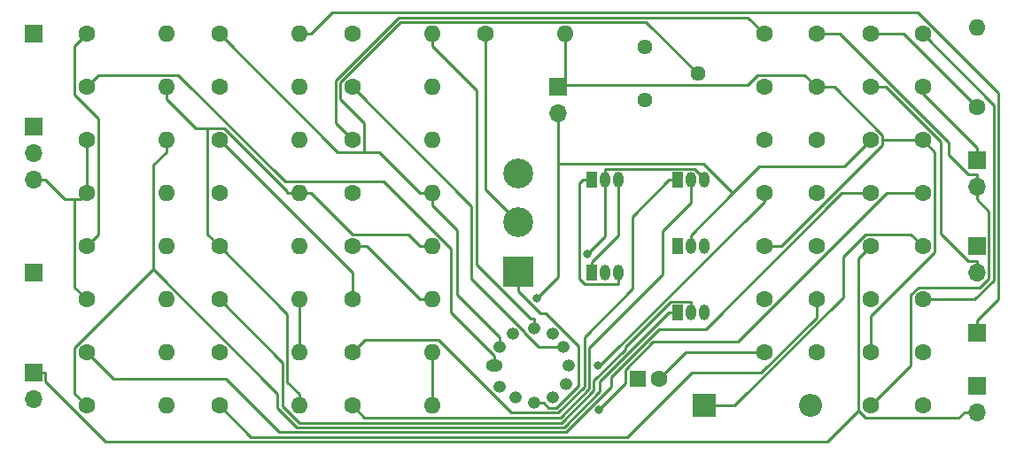
<source format=gbr>
G04 #@! TF.GenerationSoftware,KiCad,Pcbnew,(5.1.5)-3*
G04 #@! TF.CreationDate,2020-01-27T19:36:50-05:00*
G04 #@! TF.ProjectId,output,6f757470-7574-42e6-9b69-6361645f7063,v01*
G04 #@! TF.SameCoordinates,Original*
G04 #@! TF.FileFunction,Copper,L2,Bot*
G04 #@! TF.FilePolarity,Positive*
%FSLAX46Y46*%
G04 Gerber Fmt 4.6, Leading zero omitted, Abs format (unit mm)*
G04 Created by KiCad (PCBNEW (5.1.5)-3) date 2020-01-27 19:36:50*
%MOMM*%
%LPD*%
G04 APERTURE LIST*
%ADD10C,1.600000*%
%ADD11R,1.600000X1.600000*%
%ADD12R,1.700000X1.700000*%
%ADD13O,1.700000X1.700000*%
%ADD14R,2.200000X2.200000*%
%ADD15O,2.200000X2.200000*%
%ADD16O,1.600000X1.600000*%
%ADD17R,1.000000X1.500000*%
%ADD18O,1.000000X1.500000*%
%ADD19C,1.440000*%
%ADD20R,2.850000X2.850000*%
%ADD21C,2.850000*%
%ADD22O,1.600000X1.200000*%
%ADD23O,1.200000X1.200000*%
%ADD24C,0.800000*%
%ADD25C,0.250000*%
G04 APERTURE END LIST*
D10*
X114855000Y-140335000D03*
X109855000Y-140335000D03*
X109855000Y-125095000D03*
X114855000Y-125095000D03*
X125015000Y-130175000D03*
X120015000Y-130175000D03*
X109855000Y-130175000D03*
X114855000Y-130175000D03*
X125015000Y-150495000D03*
X120015000Y-150495000D03*
X120015000Y-120015000D03*
X125015000Y-120015000D03*
X109855000Y-145415000D03*
X114855000Y-145415000D03*
X125015000Y-145415000D03*
X120015000Y-145415000D03*
X120015000Y-140335000D03*
X125015000Y-140335000D03*
X120015000Y-155575000D03*
X125015000Y-155575000D03*
X125015000Y-125095000D03*
X120015000Y-125095000D03*
X120015000Y-135255000D03*
X125015000Y-135255000D03*
X114855000Y-135255000D03*
X109855000Y-135255000D03*
X109855000Y-120015000D03*
X114855000Y-120015000D03*
X114855000Y-150495000D03*
X109855000Y-150495000D03*
D11*
X97790000Y-153035000D03*
D10*
X99790000Y-153035000D03*
D12*
X90170000Y-125095000D03*
D13*
X90170000Y-127635000D03*
D14*
X104140000Y-155575000D03*
D15*
X114300000Y-155575000D03*
D12*
X40005000Y-128905000D03*
D13*
X40005000Y-131445000D03*
X40005000Y-133985000D03*
D12*
X40005000Y-142875000D03*
X40005000Y-120015000D03*
D13*
X130175000Y-156210000D03*
D12*
X130175000Y-153670000D03*
X40005000Y-152400000D03*
D13*
X40005000Y-154940000D03*
D12*
X130175000Y-148590000D03*
D13*
X130175000Y-142875000D03*
D12*
X130175000Y-140335000D03*
D16*
X130175000Y-119380000D03*
D10*
X130175000Y-127000000D03*
D12*
X130175000Y-132080000D03*
D13*
X130175000Y-134620000D03*
D17*
X101600000Y-133985000D03*
D18*
X104140000Y-133985000D03*
X102870000Y-133985000D03*
D17*
X93345000Y-133985000D03*
D18*
X95885000Y-133985000D03*
X94615000Y-133985000D03*
X102870000Y-140335000D03*
X104140000Y-140335000D03*
D17*
X101600000Y-140335000D03*
D18*
X94615000Y-142875000D03*
X95885000Y-142875000D03*
D17*
X93345000Y-142875000D03*
D18*
X102870000Y-146685000D03*
X104140000Y-146685000D03*
D17*
X101600000Y-146685000D03*
D10*
X83185000Y-120015000D03*
D16*
X90805000Y-120015000D03*
X65405000Y-135255000D03*
D10*
X57785000Y-135255000D03*
X70485000Y-155575000D03*
D16*
X78105000Y-155575000D03*
X65405000Y-140335000D03*
D10*
X57785000Y-140335000D03*
D16*
X78105000Y-150495000D03*
D10*
X70485000Y-150495000D03*
X70485000Y-145415000D03*
D16*
X78105000Y-145415000D03*
D10*
X70485000Y-140335000D03*
D16*
X78105000Y-140335000D03*
X65405000Y-150495000D03*
D10*
X57785000Y-150495000D03*
D16*
X65405000Y-130175000D03*
D10*
X57785000Y-130175000D03*
X57785000Y-155575000D03*
D16*
X65405000Y-155575000D03*
X65405000Y-125095000D03*
D10*
X57785000Y-125095000D03*
D16*
X78105000Y-135255000D03*
D10*
X70485000Y-135255000D03*
D19*
X98425000Y-121285000D03*
X103505000Y-123825000D03*
X98425000Y-126365000D03*
D10*
X45085000Y-120015000D03*
D16*
X52705000Y-120015000D03*
D10*
X57785000Y-120015000D03*
D16*
X65405000Y-120015000D03*
D10*
X45085000Y-140335000D03*
D16*
X52705000Y-140335000D03*
X65405000Y-145415000D03*
D10*
X57785000Y-145415000D03*
X45085000Y-145415000D03*
D16*
X52705000Y-145415000D03*
X52705000Y-125095000D03*
D10*
X45085000Y-125095000D03*
D16*
X78105000Y-120015000D03*
D10*
X70485000Y-120015000D03*
D16*
X52705000Y-130175000D03*
D10*
X45085000Y-130175000D03*
X45085000Y-150495000D03*
D16*
X52705000Y-150495000D03*
D10*
X70485000Y-125095000D03*
D16*
X78105000Y-125095000D03*
X52705000Y-155575000D03*
D10*
X45085000Y-155575000D03*
X70485000Y-130175000D03*
D16*
X78105000Y-130175000D03*
D10*
X45085000Y-135255000D03*
D16*
X52705000Y-135255000D03*
D20*
X86360000Y-142750000D03*
D21*
X86360000Y-138050000D03*
X86360000Y-133350000D03*
D22*
X84074000Y-151765000D03*
D23*
X87884000Y-155321000D03*
X91186000Y-151765000D03*
X87884000Y-148209000D03*
X85852000Y-148717000D03*
X84582000Y-149987000D03*
X84582000Y-153797000D03*
X86090000Y-154813000D03*
X89662000Y-154813000D03*
X90932000Y-153543000D03*
X90678000Y-149987000D03*
X89662000Y-148717000D03*
D24*
X94044500Y-155986000D03*
X94000200Y-151765000D03*
X88102800Y-145295600D03*
X92932400Y-141062900D03*
D25*
X130175000Y-142875000D02*
X130175000Y-141699700D01*
X130175000Y-141699700D02*
X129367000Y-141699700D01*
X129367000Y-141699700D02*
X126760000Y-139092700D01*
X126760000Y-139092700D02*
X126760000Y-130328300D01*
X126760000Y-130328300D02*
X121526700Y-125095000D01*
X121526700Y-125095000D02*
X120015000Y-125095000D01*
X65405000Y-154449700D02*
X64279700Y-153324400D01*
X64279700Y-153324400D02*
X64279700Y-146829700D01*
X64279700Y-146829700D02*
X57785000Y-140335000D01*
X92519700Y-133985000D02*
X92207100Y-134297600D01*
X92207100Y-134297600D02*
X92207100Y-143473600D01*
X92207100Y-143473600D02*
X92683800Y-143950300D01*
X92683800Y-143950300D02*
X95885000Y-143950300D01*
X93345000Y-133985000D02*
X92519700Y-133985000D01*
X95885000Y-142875000D02*
X95885000Y-143950300D01*
X65405000Y-135255000D02*
X64279700Y-135255000D01*
X56625300Y-129020000D02*
X58222100Y-129020000D01*
X58222100Y-129020000D02*
X64279700Y-135077600D01*
X64279700Y-135077600D02*
X64279700Y-135255000D01*
X52705000Y-126220300D02*
X55504700Y-129020000D01*
X55504700Y-129020000D02*
X56625300Y-129020000D01*
X56625300Y-129020000D02*
X56625300Y-139175300D01*
X56625300Y-139175300D02*
X57785000Y-140335000D01*
X78105000Y-140335000D02*
X76979700Y-140335000D01*
X65405000Y-135255000D02*
X66530300Y-135255000D01*
X66530300Y-135255000D02*
X70485000Y-139209700D01*
X70485000Y-139209700D02*
X75854400Y-139209700D01*
X75854400Y-139209700D02*
X76979700Y-140335000D01*
X65405000Y-155575000D02*
X65405000Y-154449700D01*
X52705000Y-125095000D02*
X52705000Y-126220300D01*
X43922000Y-135836500D02*
X43031800Y-135836500D01*
X43031800Y-135836500D02*
X41180300Y-133985000D01*
X45085000Y-135255000D02*
X44503500Y-135836500D01*
X44503500Y-135836500D02*
X43922000Y-135836500D01*
X43922000Y-135836500D02*
X43922000Y-144252000D01*
X43922000Y-144252000D02*
X45085000Y-145415000D01*
X40005000Y-133985000D02*
X41180300Y-133985000D01*
X45085000Y-135255000D02*
X45085000Y-130175000D01*
X78105000Y-120015000D02*
X78105000Y-121140300D01*
X87884000Y-148209000D02*
X87884000Y-147283700D01*
X87884000Y-147283700D02*
X87537000Y-147283700D01*
X87537000Y-147283700D02*
X82346900Y-142093600D01*
X82346900Y-142093600D02*
X82346900Y-125382200D01*
X82346900Y-125382200D02*
X78105000Y-121140300D01*
X65405000Y-150495000D02*
X65405000Y-145415000D01*
X78105000Y-150495000D02*
X78105000Y-155575000D01*
X86360000Y-144500300D02*
X86360000Y-144578500D01*
X86360000Y-144578500D02*
X88496500Y-146715000D01*
X88496500Y-146715000D02*
X88977300Y-146715000D01*
X88977300Y-146715000D02*
X92125300Y-149863000D01*
X92125300Y-149863000D02*
X92125300Y-153671100D01*
X92125300Y-153671100D02*
X90021700Y-155774700D01*
X90021700Y-155774700D02*
X89263000Y-155774700D01*
X89263000Y-155774700D02*
X88809300Y-155321000D01*
X86360000Y-142750000D02*
X86360000Y-144500300D01*
X87884000Y-155321000D02*
X88809300Y-155321000D01*
X118886200Y-156052200D02*
X118886200Y-141463800D01*
X118886200Y-141463800D02*
X120015000Y-140335000D01*
X128999700Y-156210000D02*
X128470600Y-156739100D01*
X128470600Y-156739100D02*
X119573100Y-156739100D01*
X119573100Y-156739100D02*
X118886200Y-156052200D01*
X41180300Y-152400000D02*
X41180300Y-153281500D01*
X41180300Y-153281500D02*
X46935800Y-159037000D01*
X46935800Y-159037000D02*
X115901400Y-159037000D01*
X115901400Y-159037000D02*
X118886200Y-156052200D01*
X130175000Y-156210000D02*
X128999700Y-156210000D01*
X40005000Y-152400000D02*
X41180300Y-152400000D01*
X125015000Y-130175000D02*
X126140400Y-131300400D01*
X126140400Y-131300400D02*
X126140400Y-140881200D01*
X126140400Y-140881200D02*
X120015000Y-147006600D01*
X120015000Y-147006600D02*
X120015000Y-150495000D01*
X121153100Y-130175000D02*
X125015000Y-130175000D01*
X90805000Y-124901600D02*
X108274600Y-124901600D01*
X108274600Y-124901600D02*
X109234900Y-123941300D01*
X109234900Y-123941300D02*
X113701300Y-123941300D01*
X113701300Y-123941300D02*
X114855000Y-125095000D01*
X114855000Y-125095000D02*
X116537900Y-125095000D01*
X116537900Y-125095000D02*
X121153100Y-129710200D01*
X121153100Y-129710200D02*
X121153100Y-130175000D01*
X90170000Y-125095000D02*
X90363400Y-124901600D01*
X90363400Y-124901600D02*
X90805000Y-124901600D01*
X90805000Y-121140300D02*
X90805000Y-124901600D01*
X121153100Y-130175000D02*
X121153100Y-130643500D01*
X121153100Y-130643500D02*
X111461600Y-140335000D01*
X111461600Y-140335000D02*
X109855000Y-140335000D01*
X90805000Y-120015000D02*
X90805000Y-121140300D01*
X102870000Y-133985000D02*
X102870000Y-136125500D01*
X102870000Y-136125500D02*
X100176500Y-138819000D01*
X100176500Y-138819000D02*
X100176500Y-143018600D01*
X100176500Y-143018600D02*
X93139900Y-150055200D01*
X93139900Y-150055200D02*
X93139900Y-153954200D01*
X93139900Y-153954200D02*
X90384500Y-156709600D01*
X90384500Y-156709600D02*
X71619600Y-156709600D01*
X71619600Y-156709600D02*
X70485000Y-155575000D01*
X130175000Y-127000000D02*
X123190000Y-120015000D01*
X123190000Y-120015000D02*
X120015000Y-120015000D01*
X125015000Y-145415000D02*
X129976400Y-145415000D01*
X129976400Y-145415000D02*
X131800600Y-143590800D01*
X131800600Y-143590800D02*
X131800600Y-126800600D01*
X131800600Y-126800600D02*
X125015000Y-120015000D01*
X86360000Y-138050000D02*
X83185000Y-134875000D01*
X83185000Y-134875000D02*
X83185000Y-120015000D01*
X57785000Y-130175000D02*
X70485000Y-142875000D01*
X70485000Y-142875000D02*
X70485000Y-145415000D01*
X57785000Y-155575000D02*
X60791100Y-158581100D01*
X60791100Y-158581100D02*
X96752400Y-158581100D01*
X96752400Y-158581100D02*
X102937000Y-152396500D01*
X102937000Y-152396500D02*
X109594800Y-152396500D01*
X109594800Y-152396500D02*
X114855000Y-147136300D01*
X114855000Y-147136300D02*
X114855000Y-145415000D01*
X104140000Y-155575000D02*
X107053200Y-155575000D01*
X107053200Y-155575000D02*
X117384900Y-145243300D01*
X117384900Y-145243300D02*
X117384900Y-141348100D01*
X117384900Y-141348100D02*
X119533800Y-139199200D01*
X119533800Y-139199200D02*
X123879200Y-139199200D01*
X123879200Y-139199200D02*
X125015000Y-140335000D01*
X130175000Y-134620000D02*
X130175000Y-135795300D01*
X120015000Y-155575000D02*
X123879700Y-151710300D01*
X123879700Y-151710300D02*
X123879700Y-144958900D01*
X123879700Y-144958900D02*
X124586700Y-144251900D01*
X124586700Y-144251900D02*
X130502600Y-144251900D01*
X130502600Y-144251900D02*
X131350300Y-143404200D01*
X131350300Y-143404200D02*
X131350300Y-136970600D01*
X131350300Y-136970600D02*
X130175000Y-135795300D01*
X130175000Y-133444700D02*
X129376500Y-133444700D01*
X129376500Y-133444700D02*
X127511400Y-131579600D01*
X127511400Y-131579600D02*
X127511400Y-130409400D01*
X127511400Y-130409400D02*
X117117000Y-120015000D01*
X117117000Y-120015000D02*
X114855000Y-120015000D01*
X130175000Y-134620000D02*
X130175000Y-133444700D01*
X102870000Y-145609700D02*
X100930000Y-145609700D01*
X100930000Y-145609700D02*
X96565700Y-149974000D01*
X96565700Y-149974000D02*
X96565700Y-150225500D01*
X96565700Y-150225500D02*
X93590300Y-153200900D01*
X93590300Y-153200900D02*
X93590300Y-154140700D01*
X93590300Y-154140700D02*
X90532200Y-157198800D01*
X90532200Y-157198800D02*
X65406500Y-157198800D01*
X65406500Y-157198800D02*
X63815300Y-155607600D01*
X63815300Y-155607600D02*
X63815300Y-151445300D01*
X63815300Y-151445300D02*
X57785000Y-145415000D01*
X102870000Y-146685000D02*
X102870000Y-145609700D01*
X125015000Y-125095000D02*
X125015000Y-125744700D01*
X125015000Y-125744700D02*
X130175000Y-130904700D01*
X130175000Y-132080000D02*
X130175000Y-130904700D01*
X45085000Y-150495000D02*
X47625000Y-153035000D01*
X47625000Y-153035000D02*
X58412400Y-153035000D01*
X58412400Y-153035000D02*
X63492500Y-158115100D01*
X63492500Y-158115100D02*
X90889700Y-158115100D01*
X90889700Y-158115100D02*
X95211500Y-153793300D01*
X95211500Y-153793300D02*
X95211500Y-152853500D01*
X95211500Y-152853500D02*
X99846800Y-148218200D01*
X99846800Y-148218200D02*
X104308900Y-148218200D01*
X104308900Y-148218200D02*
X117272100Y-135255000D01*
X117272100Y-135255000D02*
X120015000Y-135255000D01*
X125015000Y-135255000D02*
X121606600Y-135255000D01*
X121606600Y-135255000D02*
X107383700Y-149477900D01*
X107383700Y-149477900D02*
X99224000Y-149477900D01*
X99224000Y-149477900D02*
X96569200Y-152132700D01*
X96569200Y-152132700D02*
X96569200Y-153461300D01*
X96569200Y-153461300D02*
X94044500Y-155986000D01*
X109855000Y-135255000D02*
X109855000Y-136047800D01*
X109855000Y-136047800D02*
X94137800Y-151765000D01*
X94137800Y-151765000D02*
X94000200Y-151765000D01*
X109855000Y-120015000D02*
X108275200Y-118435200D01*
X108275200Y-118435200D02*
X74904500Y-118435200D01*
X74904500Y-118435200D02*
X68879400Y-124460300D01*
X68879400Y-124460300D02*
X68879400Y-128569400D01*
X68879400Y-128569400D02*
X70485000Y-130175000D01*
X109855000Y-150495000D02*
X102330000Y-150495000D01*
X102330000Y-150495000D02*
X99790000Y-153035000D01*
X100774700Y-146685000D02*
X100743100Y-146685000D01*
X100743100Y-146685000D02*
X94172300Y-153255800D01*
X94172300Y-153255800D02*
X94172300Y-154195600D01*
X94172300Y-154195600D02*
X90718700Y-157649200D01*
X90718700Y-157649200D02*
X65220000Y-157649200D01*
X65220000Y-157649200D02*
X63364900Y-155794100D01*
X63364900Y-155794100D02*
X63364900Y-154409000D01*
X63364900Y-154409000D02*
X51469200Y-142513300D01*
X52705000Y-131300300D02*
X51469200Y-132536100D01*
X51469200Y-132536100D02*
X51469200Y-142513300D01*
X45085000Y-155575000D02*
X43932100Y-154422100D01*
X43932100Y-154422100D02*
X43932100Y-150050400D01*
X43932100Y-150050400D02*
X51469200Y-142513300D01*
X101600000Y-146685000D02*
X100774700Y-146685000D01*
X52705000Y-130175000D02*
X52705000Y-131300300D01*
X130175000Y-147414700D02*
X132252300Y-145337400D01*
X132252300Y-145337400D02*
X132252300Y-125655100D01*
X132252300Y-125655100D02*
X124536000Y-117938800D01*
X124536000Y-117938800D02*
X68606500Y-117938800D01*
X68606500Y-117938800D02*
X66530300Y-120015000D01*
X130175000Y-148590000D02*
X130175000Y-147414700D01*
X65405000Y-120015000D02*
X66530300Y-120015000D01*
X100774700Y-133985000D02*
X97274800Y-137484900D01*
X97274800Y-137484900D02*
X97274800Y-144400700D01*
X97274800Y-144400700D02*
X92662300Y-149013200D01*
X92662300Y-149013200D02*
X92662300Y-153794900D01*
X92662300Y-153794900D02*
X90197900Y-156259300D01*
X90197900Y-156259300D02*
X85673200Y-156259300D01*
X85673200Y-156259300D02*
X78718300Y-149304400D01*
X78718300Y-149304400D02*
X71675600Y-149304400D01*
X71675600Y-149304400D02*
X70485000Y-150495000D01*
X101600000Y-133985000D02*
X100774700Y-133985000D01*
X93345000Y-141799700D02*
X95885000Y-139259700D01*
X95885000Y-139259700D02*
X95885000Y-133985000D01*
X93345000Y-142875000D02*
X93345000Y-141799700D01*
X45085000Y-125095000D02*
X46254500Y-123925500D01*
X46254500Y-123925500D02*
X53883300Y-123925500D01*
X53883300Y-123925500D02*
X64087400Y-134129600D01*
X64087400Y-134129600D02*
X73494900Y-134129600D01*
X73494900Y-134129600D02*
X79883600Y-140518300D01*
X79883600Y-140518300D02*
X79883600Y-146649300D01*
X79883600Y-146649300D02*
X84074000Y-150839700D01*
X84074000Y-151765000D02*
X84074000Y-150839700D01*
X90678000Y-149987000D02*
X88341400Y-149987000D01*
X88341400Y-149987000D02*
X86958600Y-148604200D01*
X86958600Y-148604200D02*
X86958600Y-148475100D01*
X86958600Y-148475100D02*
X81896500Y-143413000D01*
X81896500Y-143413000D02*
X81896500Y-136506500D01*
X81896500Y-136506500D02*
X70485000Y-125095000D01*
X106876200Y-135253500D02*
X109414700Y-132715000D01*
X109414700Y-132715000D02*
X117475000Y-132715000D01*
X117475000Y-132715000D02*
X120015000Y-130175000D01*
X102870000Y-139259700D02*
X106876200Y-135253500D01*
X90170000Y-132450600D02*
X104073300Y-132450600D01*
X104073300Y-132450600D02*
X106876200Y-135253500D01*
X90170000Y-132450600D02*
X90170000Y-127635000D01*
X88102800Y-145295600D02*
X90170000Y-143228400D01*
X90170000Y-143228400D02*
X90170000Y-132450600D01*
X102870000Y-140335000D02*
X102870000Y-139259700D01*
X78105000Y-145415000D02*
X76979700Y-145415000D01*
X70485000Y-140335000D02*
X71899700Y-140335000D01*
X71899700Y-140335000D02*
X76979700Y-145415000D01*
X71652100Y-131348200D02*
X71652100Y-128550000D01*
X71652100Y-128550000D02*
X69329700Y-126227600D01*
X69329700Y-126227600D02*
X69329700Y-124646900D01*
X69329700Y-124646900D02*
X75091100Y-118885500D01*
X75091100Y-118885500D02*
X98565500Y-118885500D01*
X98565500Y-118885500D02*
X103505000Y-123825000D01*
X78105000Y-136380300D02*
X80514700Y-138790000D01*
X80514700Y-138790000D02*
X80514700Y-144994400D01*
X80514700Y-144994400D02*
X84582000Y-149061700D01*
X71652100Y-131348200D02*
X69118200Y-131348200D01*
X69118200Y-131348200D02*
X57785000Y-120015000D01*
X45085000Y-120015000D02*
X43959600Y-121140400D01*
X43959600Y-121140400D02*
X43959600Y-125834600D01*
X43959600Y-125834600D02*
X46215600Y-128090600D01*
X46215600Y-128090600D02*
X46215600Y-139204400D01*
X46215600Y-139204400D02*
X45085000Y-140335000D01*
X78105000Y-135255000D02*
X78105000Y-136380300D01*
X84582000Y-149987000D02*
X84582000Y-149061700D01*
X76979700Y-135255000D02*
X73072900Y-131348200D01*
X73072900Y-131348200D02*
X71652100Y-131348200D01*
X78105000Y-135255000D02*
X76979700Y-135255000D01*
X94615000Y-133985000D02*
X94615000Y-132909700D01*
X94615000Y-132909700D02*
X103224500Y-132909700D01*
X103224500Y-132909700D02*
X104140000Y-133825200D01*
X104140000Y-133825200D02*
X104140000Y-133985000D01*
X92932400Y-141062900D02*
X94615000Y-139380300D01*
X94615000Y-139380300D02*
X94615000Y-133985000D01*
M02*

</source>
